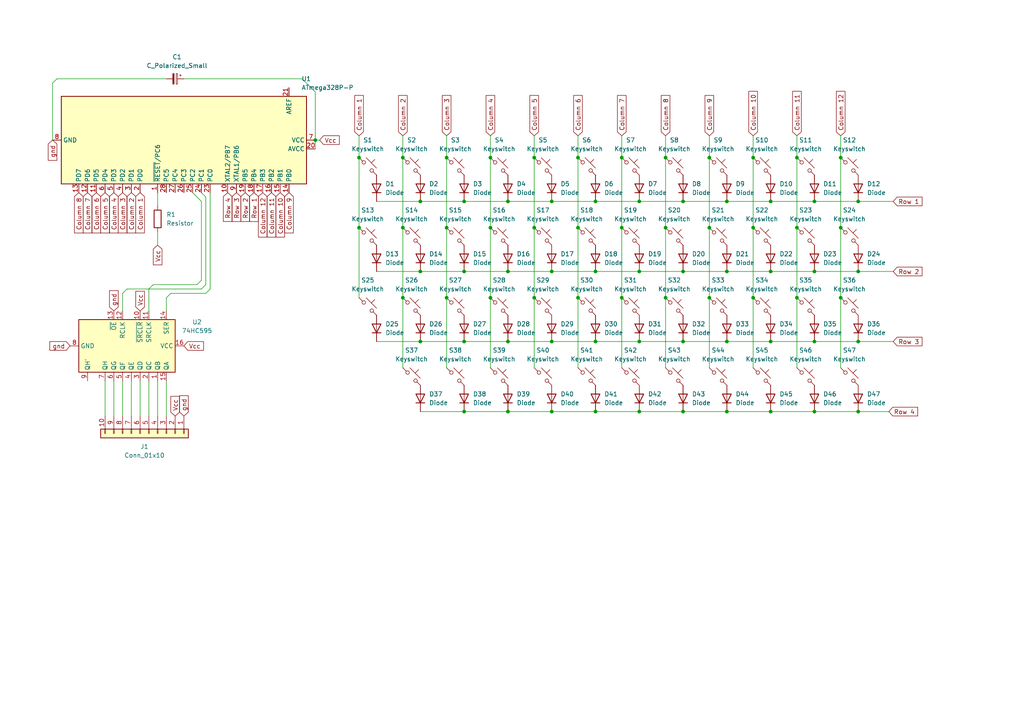
<source format=kicad_sch>
(kicad_sch (version 20230121) (generator eeschema)
  (paper "A4")
  (lib_symbols
    (symbol "74xx:74HC595"
      (property "Reference" "U" (at -7.62 13.97 0))
      (property "Value" "74HC595" (at -7.62 -16.51 0))
      (symbol "74HC595_1_0"
        (pin tri_state line (at 10.16 7.62 180) (length 2.54) (name "QB") (number "1"))
        (pin input line (at -10.16 2.54 0) (length 2.54) (name "~{SRCLR}") (number "10"))
        (pin input line (at -10.16 5.08 0) (length 2.54) (name "SRCLK") (number "11"))
        (pin input line (at -10.16 -2.54 0) (length 2.54) (name "RCLK") (number "12"))
        (pin input line (at -10.16 -5.08 0) (length 2.54) (name "~{OE}") (number "13"))
        (pin input line (at -10.16 10.16 0) (length 2.54) (name "SER") (number "14"))
        (pin tri_state line (at 10.16 10.16 180) (length 2.54) (name "QA") (number "15"))
        (pin power_in line (at 0 15.24 270) (length 2.54) (name "VCC") (number "16"))
        (pin tri_state line (at 10.16 5.08 180) (length 2.54) (name "QC") (number "2"))
        (pin tri_state line (at 10.16 2.54 180) (length 2.54) (name "QD") (number "3"))
        (pin tri_state line (at 10.16 0 180) (length 2.54) (name "QE") (number "4"))
        (pin tri_state line (at 10.16 -2.54 180) (length 2.54) (name "QF") (number "5"))
        (pin tri_state line (at 10.16 -5.08 180) (length 2.54) (name "QG") (number "6"))
        (pin tri_state line (at 10.16 -7.62 180) (length 2.54) (name "QH") (number "7"))
        (pin power_in line (at 0 -17.78 90) (length 2.54) (name "GND") (number "8"))
        (pin output line (at 10.16 -12.7 180) (length 2.54) (name "QH'") (number "9"))
      )
      (symbol "74HC595_1_1"
        (rectangle (start -7.62 12.7) (end 7.62 -15.24) (stroke (width 0.254)) (fill (type background)))
      )
    )
    (symbol "Connector_Generic:Conn_01x10" (pin_names (offset 1.016) hide)
      (property "Reference" "J" (at 0 12.7 0))
      (property "Value" "Conn_01x10" (at 0 -15.24 0))
      (symbol "Conn_01x10_1_1"
        (rectangle (start -1.27 -12.573) (end 0 -12.827) (stroke (width 0.1524)))
        (rectangle (start -1.27 -10.033) (end 0 -10.287) (stroke (width 0.1524)))
        (rectangle (start -1.27 -7.493) (end 0 -7.747) (stroke (width 0.1524)))
        (rectangle (start -1.27 -4.953) (end 0 -5.207) (stroke (width 0.1524)))
        (rectangle (start -1.27 -2.413) (end 0 -2.667) (stroke (width 0.1524)))
        (rectangle (start -1.27 0.127) (end 0 -0.127) (stroke (width 0.1524)))
        (rectangle (start -1.27 2.667) (end 0 2.413) (stroke (width 0.1524)))
        (rectangle (start -1.27 5.207) (end 0 4.953) (stroke (width 0.1524)))
        (rectangle (start -1.27 7.747) (end 0 7.493) (stroke (width 0.1524)))
        (rectangle (start -1.27 10.287) (end 0 10.033) (stroke (width 0.1524)))
        (rectangle (start -1.27 11.43) (end 1.27 -13.97) (stroke (width 0.254)) (fill (type background)))
        (pin passive line (at -5.08 10.16 0) (length 3.81) (name "Pin_1") (number "1"))
        (pin passive line (at -5.08 -12.7 0) (length 3.81) (name "Pin_10") (number "10"))
        (pin passive line (at -5.08 7.62 0) (length 3.81) (name "Pin_2") (number "2"))
        (pin passive line (at -5.08 5.08 0) (length 3.81) (name "Pin_3") (number "3"))
        (pin passive line (at -5.08 2.54 0) (length 3.81) (name "Pin_4") (number "4"))
        (pin passive line (at -5.08 0 0) (length 3.81) (name "Pin_5") (number "5"))
        (pin passive line (at -5.08 -2.54 0) (length 3.81) (name "Pin_6") (number "6"))
        (pin passive line (at -5.08 -5.08 0) (length 3.81) (name "Pin_7") (number "7"))
        (pin passive line (at -5.08 -7.62 0) (length 3.81) (name "Pin_8") (number "8"))
        (pin passive line (at -5.08 -10.16 0) (length 3.81) (name "Pin_9") (number "9"))
      )
    )
    (symbol "Device:C_Polarized_Small" (pin_numbers hide) (pin_names (offset 0.254) hide)
      (property "Reference" "C" (at 0.254 1.778 0))
      (property "Value" "C_Polarized_Small" (at 0.254 -2.032 0))
      (symbol "C_Polarized_Small_0_1"
        (rectangle (start -1.524 -0.3048) (end 1.524 -0.6858) (fill (type outline)))
        (rectangle (start -1.524 0.6858) (end 1.524 0.3048))
        (polyline (pts (xy -1.27 1.524) (xy -0.762 1.524)))
        (polyline (pts (xy -1.016 1.27) (xy -1.016 1.778)))
      )
      (symbol "C_Polarized_Small_1_1"
        (pin passive line (at 0 2.54 270) (length 1.8542) (name "~") (number "1"))
        (pin passive line (at 0 -2.54 90) (length 1.8542) (name "~") (number "2"))
      )
    )
    (symbol "MCU_Microchip_ATmega:ATmega328P-P"
      (property "Reference" "U" (at -12.7 36.83 0))
      (property "Value" "ATmega328P-P" (at 2.54 -36.83 0))
      (symbol "ATmega328P-P_0_1"
        (rectangle (start -12.7 -35.56) (end 12.7 35.56) (stroke (width 0.254)) (fill (type background)))
      )
      (symbol "ATmega328P-P_1_1"
        (pin bidirectional line (at 15.24 -7.62 180) (length 2.54) (name "~{RESET}/PC6") (number "1"))
        (pin bidirectional line (at 15.24 12.7 180) (length 2.54) (name "XTAL2/PB7") (number "10"))
        (pin bidirectional line (at 15.24 -25.4 180) (length 2.54) (name "PD5") (number "11"))
        (pin bidirectional line (at 15.24 -27.94 180) (length 2.54) (name "PD6") (number "12"))
        (pin bidirectional line (at 15.24 -30.48 180) (length 2.54) (name "PD7") (number "13"))
        (pin bidirectional line (at 15.24 30.48 180) (length 2.54) (name "PB0") (number "14"))
        (pin bidirectional line (at 15.24 27.94 180) (length 2.54) (name "PB1") (number "15"))
        (pin bidirectional line (at 15.24 25.4 180) (length 2.54) (name "PB2") (number "16"))
        (pin bidirectional line (at 15.24 22.86 180) (length 2.54) (name "PB3") (number "17"))
        (pin bidirectional line (at 15.24 20.32 180) (length 2.54) (name "PB4") (number "18"))
        (pin bidirectional line (at 15.24 17.78 180) (length 2.54) (name "PB5") (number "19"))
        (pin bidirectional line (at 15.24 -12.7 180) (length 2.54) (name "PD0") (number "2"))
        (pin power_in line (at 2.54 38.1 270) (length 2.54) (name "AVCC") (number "20"))
        (pin passive line (at -15.24 30.48 0) (length 2.54) (name "AREF") (number "21"))
        (pin passive line (at 0 -38.1 90) (length 2.54) hide (name "GND") (number "22"))
        (pin bidirectional line (at 15.24 7.62 180) (length 2.54) (name "PC0") (number "23"))
        (pin bidirectional line (at 15.24 5.08 180) (length 2.54) (name "PC1") (number "24"))
        (pin bidirectional line (at 15.24 2.54 180) (length 2.54) (name "PC2") (number "25"))
        (pin bidirectional line (at 15.24 0 180) (length 2.54) (name "PC3") (number "26"))
        (pin bidirectional line (at 15.24 -2.54 180) (length 2.54) (name "PC4") (number "27"))
        (pin bidirectional line (at 15.24 -5.08 180) (length 2.54) (name "PC5") (number "28"))
        (pin bidirectional line (at 15.24 -15.24 180) (length 2.54) (name "PD1") (number "3"))
        (pin bidirectional line (at 15.24 -17.78 180) (length 2.54) (name "PD2") (number "4"))
        (pin bidirectional line (at 15.24 -20.32 180) (length 2.54) (name "PD3") (number "5"))
        (pin bidirectional line (at 15.24 -22.86 180) (length 2.54) (name "PD4") (number "6"))
        (pin power_in line (at 0 38.1 270) (length 2.54) (name "VCC") (number "7"))
        (pin power_in line (at 0 -38.1 90) (length 2.54) (name "GND") (number "8"))
        (pin bidirectional line (at 15.24 15.24 180) (length 2.54) (name "XTAL1/PB6") (number "9"))
      )
    )
    (symbol "ScottoKeebs:Placeholder_Diode" (pin_numbers hide) (pin_names hide)
      (property "Reference" "D" (at 0 2.54 0))
      (property "Value" "Diode" (at 0 -2.54 0))
      (symbol "Placeholder_Diode_0_1"
        (polyline (pts (xy -1.27 1.27) (xy -1.27 -1.27)) (stroke (width 0.254)))
        (polyline (pts (xy 1.27 0) (xy -1.27 0)))
        (polyline (pts (xy 1.27 1.27) (xy 1.27 -1.27) (xy -1.27 0) (xy 1.27 1.27)) (stroke (width 0.254)))
      )
      (symbol "Placeholder_Diode_1_1"
        (pin passive line (at -3.81 0 0) (length 2.54) (name "K") (number "1"))
        (pin passive line (at 3.81 0 180) (length 2.54) (name "A") (number "2"))
      )
    )
    (symbol "ScottoKeebs:Placeholder_Keyswitch" (pin_numbers hide) (pin_names (offset 1.016) hide)
      (property "Reference" "S" (at 3.048 1.016 0))
      (property "Value" "Keyswitch" (at 0 -3.81 0))
      (symbol "Placeholder_Keyswitch_0_1"
        (circle (center -1.1684 1.1684) (radius 0.508))
        (polyline (pts (xy -0.508 2.54) (xy 2.54 -0.508)))
        (polyline (pts (xy 1.016 1.016) (xy 2.032 2.032)))
        (polyline (pts (xy -2.54 2.54) (xy -1.524 1.524) (xy -1.524 1.524)))
        (polyline (pts (xy 1.524 -1.524) (xy 2.54 -2.54) (xy 2.54 -2.54) (xy 2.54 -2.54)))
        (circle (center 1.143 -1.1938) (radius 0.508))
        (pin passive line (at -2.54 2.54 0) (length 0) (name "1") (number "1"))
        (pin passive line (at 2.54 -2.54 180) (length 0) (name "2") (number "2"))
      )
    )
    (symbol "ScottoKeebs:Placeholder_Resistor" (pin_numbers hide) (pin_names (offset 0))
      (property "Reference" "R" (at 0 2.032 0))
      (property "Value" "Resistor" (at 0 -2.54 0))
      (symbol "Placeholder_Resistor_0_1"
        (rectangle (start 2.54 -1.016) (end -2.54 1.016) (stroke (width 0.254)))
      )
      (symbol "Placeholder_Resistor_1_1"
        (pin passive line (at -3.81 0 0) (length 1.27) (name "~") (number "1"))
        (pin passive line (at 3.81 0 180) (length 1.27) (name "~") (number "2"))
      )
    )
  )
  (junction (at 210.82 99.06))
  (junction (at 185.42 99.06))
  (junction (at 121.92 58.42))
  (junction (at 180.34 86.36))
  (junction (at 210.82 119.38))
  (junction (at 218.44 66.04))
  (junction (at 236.22 58.42))
  (junction (at 231.14 66.04))
  (junction (at 236.22 119.38))
  (junction (at 205.74 45.72))
  (junction (at 205.74 66.04))
  (junction (at 129.54 66.04))
  (junction (at 198.12 99.06))
  (junction (at 185.42 119.38))
  (junction (at 193.04 86.36))
  (junction (at 142.24 86.36))
  (junction (at 243.84 66.04))
  (junction (at 147.32 99.06))
  (junction (at 160.02 58.42))
  (junction (at 142.24 45.72))
  (junction (at 205.74 86.36))
  (junction (at 167.64 66.04))
  (junction (at 223.52 58.42))
  (junction (at 185.42 78.74))
  (junction (at 180.34 45.72))
  (junction (at 185.42 58.42))
  (junction (at 134.62 78.74))
  (junction (at 167.64 86.36))
  (junction (at 129.54 45.72))
  (junction (at 134.62 58.42))
  (junction (at 231.14 45.72))
  (junction (at 104.14 66.04))
  (junction (at 142.24 66.04))
  (junction (at 248.92 99.06))
  (junction (at 172.72 58.42))
  (junction (at 248.92 58.42))
  (junction (at 154.94 86.36))
  (junction (at 231.14 86.36))
  (junction (at 223.52 78.74))
  (junction (at 193.04 66.04))
  (junction (at 172.72 99.06))
  (junction (at 198.12 78.74))
  (junction (at 121.92 99.06))
  (junction (at 243.84 45.72))
  (junction (at 248.92 78.74))
  (junction (at 116.84 86.36))
  (junction (at 91.44 40.64))
  (junction (at 198.12 119.38))
  (junction (at 243.84 86.36))
  (junction (at 236.22 78.74))
  (junction (at 154.94 45.72))
  (junction (at 147.32 78.74))
  (junction (at 223.52 99.06))
  (junction (at 172.72 119.38))
  (junction (at 116.84 45.72))
  (junction (at 121.92 78.74))
  (junction (at 134.62 119.38))
  (junction (at 236.22 99.06))
  (junction (at 198.12 58.42))
  (junction (at 248.92 119.38))
  (junction (at 160.02 99.06))
  (junction (at 210.82 78.74))
  (junction (at 134.62 99.06))
  (junction (at 218.44 86.36))
  (junction (at 223.52 119.38))
  (junction (at 147.32 119.38))
  (junction (at 104.14 45.72))
  (junction (at 147.32 58.42))
  (junction (at 172.72 78.74))
  (junction (at 160.02 119.38))
  (junction (at 210.82 58.42))
  (junction (at 218.44 45.72))
  (junction (at 129.54 86.36))
  (junction (at 180.34 66.04))
  (junction (at 116.84 66.04))
  (junction (at 154.94 66.04))
  (junction (at 193.04 45.72))
  (junction (at 167.64 45.72))
  (junction (at 160.02 78.74))
  (wire (pts (xy 236.22 58.42) (xy 248.92 58.42)))
  (wire (pts (xy 121.92 119.38) (xy 134.62 119.38)))
  (wire (pts (xy 142.24 39.37) (xy 142.24 45.72)))
  (wire (pts (xy 59.69 82.55) (xy 59.69 57.15)))
  (wire (pts (xy 205.74 86.36) (xy 205.74 106.68)))
  (wire (pts (xy 198.12 119.38) (xy 210.82 119.38)))
  (wire (pts (xy 231.14 45.72) (xy 231.14 66.04)))
  (wire (pts (xy 167.64 45.72) (xy 167.64 66.04)))
  (wire (pts (xy 243.84 45.72) (xy 243.84 66.04)))
  (wire (pts (xy 58.42 58.42) (xy 55.88 55.88)))
  (wire (pts (xy 223.52 58.42) (xy 236.22 58.42)))
  (wire (pts (xy 236.22 99.06) (xy 248.92 99.06)))
  (wire (pts (xy 121.92 58.42) (xy 134.62 58.42)))
  (wire (pts (xy 142.24 45.72) (xy 142.24 66.04)))
  (wire (pts (xy 205.74 39.37) (xy 205.74 45.72)))
  (wire (pts (xy 116.84 86.36) (xy 116.84 106.68)))
  (wire (pts (xy 15.24 40.64) (xy 15.24 24.13)))
  (wire (pts (xy 185.42 99.06) (xy 198.12 99.06)))
  (wire (pts (xy 218.44 39.37) (xy 218.44 45.72)))
  (wire (pts (xy 154.94 66.04) (xy 154.94 86.36)))
  (wire (pts (xy 243.84 39.37) (xy 243.84 45.72)))
  (wire (pts (xy 210.82 119.38) (xy 223.52 119.38)))
  (wire (pts (xy 134.62 78.74) (xy 147.32 78.74)))
  (wire (pts (xy 40.64 110.49) (xy 40.64 120.65)))
  (wire (pts (xy 167.64 66.04) (xy 167.64 86.36)))
  (wire (pts (xy 91.44 26.67) (xy 87.63 22.86)))
  (wire (pts (xy 180.34 86.36) (xy 180.34 106.68)))
  (wire (pts (xy 160.02 119.38) (xy 172.72 119.38)))
  (wire (pts (xy 231.14 66.04) (xy 231.14 86.36)))
  (wire (pts (xy 48.26 86.36) (xy 49.53 85.09)))
  (wire (pts (xy 60.96 55.88) (xy 60.96 83.82)))
  (wire (pts (xy 109.22 58.42) (xy 121.92 58.42)))
  (wire (pts (xy 147.32 78.74) (xy 160.02 78.74)))
  (wire (pts (xy 45.72 110.49) (xy 45.72 120.65)))
  (wire (pts (xy 198.12 99.06) (xy 210.82 99.06)))
  (wire (pts (xy 248.92 78.74) (xy 259.08 78.74)))
  (wire (pts (xy 243.84 66.04) (xy 243.84 86.36)))
  (wire (pts (xy 109.22 78.74) (xy 121.92 78.74)))
  (wire (pts (xy 104.14 45.72) (xy 104.14 66.04)))
  (wire (pts (xy 185.42 58.42) (xy 198.12 58.42)))
  (wire (pts (xy 248.92 119.38) (xy 257.81 119.38)))
  (wire (pts (xy 180.34 39.37) (xy 180.34 45.72)))
  (wire (pts (xy 172.72 99.06) (xy 185.42 99.06)))
  (wire (pts (xy 121.92 78.74) (xy 134.62 78.74)))
  (wire (pts (xy 59.69 57.15) (xy 58.42 55.88)))
  (wire (pts (xy 180.34 66.04) (xy 180.34 86.36)))
  (wire (pts (xy 210.82 99.06) (xy 223.52 99.06)))
  (wire (pts (xy 193.04 39.37) (xy 193.04 45.72)))
  (wire (pts (xy 43.18 83.82) (xy 44.45 82.55)))
  (wire (pts (xy 129.54 45.72) (xy 129.54 66.04)))
  (wire (pts (xy 43.18 110.49) (xy 43.18 120.65)))
  (wire (pts (xy 36.83 83.82) (xy 58.42 83.82)))
  (wire (pts (xy 57.15 82.55) (xy 58.42 81.28)))
  (wire (pts (xy 218.44 66.04) (xy 218.44 86.36)))
  (wire (pts (xy 104.14 39.37) (xy 104.14 45.72)))
  (wire (pts (xy 210.82 58.42) (xy 223.52 58.42)))
  (wire (pts (xy 248.92 99.06) (xy 259.08 99.06)))
  (wire (pts (xy 198.12 58.42) (xy 210.82 58.42)))
  (wire (pts (xy 243.84 86.36) (xy 243.84 106.68)))
  (wire (pts (xy 147.32 99.06) (xy 160.02 99.06)))
  (wire (pts (xy 205.74 45.72) (xy 205.74 66.04)))
  (wire (pts (xy 223.52 99.06) (xy 236.22 99.06)))
  (wire (pts (xy 185.42 78.74) (xy 198.12 78.74)))
  (wire (pts (xy 193.04 66.04) (xy 193.04 86.36)))
  (wire (pts (xy 210.82 78.74) (xy 223.52 78.74)))
  (wire (pts (xy 160.02 78.74) (xy 172.72 78.74)))
  (wire (pts (xy 35.56 110.49) (xy 35.56 120.65)))
  (wire (pts (xy 193.04 45.72) (xy 193.04 66.04)))
  (wire (pts (xy 180.34 45.72) (xy 180.34 66.04)))
  (wire (pts (xy 223.52 78.74) (xy 236.22 78.74)))
  (wire (pts (xy 236.22 119.38) (xy 248.92 119.38)))
  (wire (pts (xy 172.72 78.74) (xy 185.42 78.74)))
  (wire (pts (xy 91.44 40.64) (xy 91.44 26.67)))
  (wire (pts (xy 129.54 39.37) (xy 129.54 45.72)))
  (wire (pts (xy 109.22 99.06) (xy 121.92 99.06)))
  (wire (pts (xy 58.42 81.28) (xy 58.42 58.42)))
  (wire (pts (xy 60.96 83.82) (xy 59.69 85.09)))
  (wire (pts (xy 116.84 45.72) (xy 116.84 66.04)))
  (wire (pts (xy 45.72 67.31) (xy 45.72 71.12)))
  (wire (pts (xy 116.84 39.37) (xy 116.84 45.72)))
  (wire (pts (xy 49.53 85.09) (xy 59.69 85.09)))
  (wire (pts (xy 231.14 39.37) (xy 231.14 45.72)))
  (wire (pts (xy 218.44 45.72) (xy 218.44 66.04)))
  (wire (pts (xy 193.04 86.36) (xy 193.04 106.68)))
  (wire (pts (xy 48.26 90.17) (xy 48.26 86.36)))
  (wire (pts (xy 134.62 119.38) (xy 147.32 119.38)))
  (wire (pts (xy 231.14 86.36) (xy 231.14 106.68)))
  (wire (pts (xy 35.56 90.17) (xy 35.56 85.09)))
  (wire (pts (xy 218.44 86.36) (xy 218.44 106.68)))
  (wire (pts (xy 142.24 66.04) (xy 142.24 86.36)))
  (wire (pts (xy 154.94 45.72) (xy 154.94 66.04)))
  (wire (pts (xy 223.52 119.38) (xy 236.22 119.38)))
  (wire (pts (xy 198.12 78.74) (xy 210.82 78.74)))
  (wire (pts (xy 92.71 40.64) (xy 91.44 40.64)))
  (wire (pts (xy 91.44 43.18) (xy 91.44 40.64)))
  (wire (pts (xy 35.56 85.09) (xy 36.83 83.82)))
  (wire (pts (xy 38.1 110.49) (xy 38.1 120.65)))
  (wire (pts (xy 160.02 58.42) (xy 172.72 58.42)))
  (wire (pts (xy 259.08 58.42) (xy 248.92 58.42)))
  (wire (pts (xy 129.54 66.04) (xy 129.54 86.36)))
  (wire (pts (xy 142.24 86.36) (xy 142.24 106.68)))
  (wire (pts (xy 167.64 86.36) (xy 167.64 106.68)))
  (wire (pts (xy 43.18 90.17) (xy 43.18 83.82)))
  (wire (pts (xy 205.74 66.04) (xy 205.74 86.36)))
  (wire (pts (xy 33.02 110.49) (xy 33.02 120.65)))
  (wire (pts (xy 53.34 22.86) (xy 87.63 22.86)))
  (wire (pts (xy 44.45 82.55) (xy 57.15 82.55)))
  (wire (pts (xy 185.42 119.38) (xy 198.12 119.38)))
  (wire (pts (xy 45.72 55.88) (xy 45.72 59.69)))
  (wire (pts (xy 16.51 22.86) (xy 48.26 22.86)))
  (wire (pts (xy 116.84 66.04) (xy 116.84 86.36)))
  (wire (pts (xy 167.64 39.37) (xy 167.64 45.72)))
  (wire (pts (xy 48.26 110.49) (xy 48.26 120.65)))
  (wire (pts (xy 147.32 119.38) (xy 160.02 119.38)))
  (wire (pts (xy 58.42 83.82) (xy 59.69 82.55)))
  (wire (pts (xy 160.02 99.06) (xy 172.72 99.06)))
  (wire (pts (xy 121.92 99.06) (xy 134.62 99.06)))
  (wire (pts (xy 172.72 58.42) (xy 185.42 58.42)))
  (wire (pts (xy 154.94 86.36) (xy 154.94 106.68)))
  (wire (pts (xy 154.94 39.37) (xy 154.94 45.72)))
  (wire (pts (xy 15.24 24.13) (xy 16.51 22.86)))
  (wire (pts (xy 129.54 86.36) (xy 129.54 106.68)))
  (wire (pts (xy 147.32 58.42) (xy 160.02 58.42)))
  (wire (pts (xy 134.62 99.06) (xy 147.32 99.06)))
  (wire (pts (xy 104.14 66.04) (xy 104.14 86.36)))
  (wire (pts (xy 236.22 78.74) (xy 248.92 78.74)))
  (wire (pts (xy 134.62 58.42) (xy 147.32 58.42)))
  (wire (pts (xy 30.48 110.49) (xy 30.48 120.65)))
  (wire (pts (xy 172.72 119.38) (xy 185.42 119.38)))
  (global_label "gnd" (shape input) (at 15.24 40.64 270) (property "Intersheetrefs" "${INTERSHEET_REFS}" (effects hide)))
  (global_label "Column 5" (shape input) (at 30.48 55.88 270) (property "Intersheetrefs" "${INTERSHEET_REFS}" (effects hide)))
  (global_label "Column 9" (shape input) (at 83.82 55.88 270) (property "Intersheetrefs" "${INTERSHEET_REFS}" (effects hide)))
  (global_label "Column 3" (shape input) (at 129.54 39.37 90) (property "Intersheetrefs" "${INTERSHEET_REFS}" (effects hide)))
  (global_label "Column 7" (shape input) (at 25.4 55.88 270) (property "Intersheetrefs" "${INTERSHEET_REFS}" (effects hide)))
  (global_label "Column 10" (shape input) (at 218.44 39.37 90) (property "Intersheetrefs" "${INTERSHEET_REFS}" (effects hide)))
  (global_label "Row 4" (shape input) (at 66.04 55.88 270) (property "Intersheetrefs" "${INTERSHEET_REFS}" (effects hide)))
  (global_label "Column 1" (shape input) (at 104.14 39.37 90) (property "Intersheetrefs" "${INTERSHEET_REFS}" (effects hide)))
  (global_label "Column 4" (shape input) (at 33.02 55.88 270) (property "Intersheetrefs" "${INTERSHEET_REFS}" (effects hide)))
  (global_label "Column 5" (shape input) (at 154.94 39.37 90) (property "Intersheetrefs" "${INTERSHEET_REFS}" (effects hide)))
  (global_label "Column 12" (shape input) (at 243.84 39.37 90) (property "Intersheetrefs" "${INTERSHEET_REFS}" (effects hide)))
  (global_label "Row 2" (shape input) (at 259.08 78.74 0) (property "Intersheetrefs" "${INTERSHEET_REFS}" (effects hide)))
  (global_label "Column 11" (shape input) (at 231.14 39.37 90) (property "Intersheetrefs" "${INTERSHEET_REFS}" (effects hide)))
  (global_label "Column 2" (shape input) (at 116.84 39.37 90) (property "Intersheetrefs" "${INTERSHEET_REFS}" (effects hide)))
  (global_label "Row 3" (shape input) (at 68.58 55.88 270) (property "Intersheetrefs" "${INTERSHEET_REFS}" (effects hide)))
  (global_label "Vcc" (shape input) (at 50.8 120.65 90) (property "Intersheetrefs" "${INTERSHEET_REFS}" (effects hide)))
  (global_label "Column 2" (shape input) (at 38.1 55.88 270) (property "Intersheetrefs" "${INTERSHEET_REFS}" (effects hide)))
  (global_label "gnd" (shape input) (at 53.34 120.65 90) (property "Intersheetrefs" "${INTERSHEET_REFS}" (effects hide)))
  (global_label "Column 6" (shape input) (at 167.64 39.37 90) (property "Intersheetrefs" "${INTERSHEET_REFS}" (effects hide)))
  (global_label "Column 9" (shape input) (at 205.74 39.37 90) (property "Intersheetrefs" "${INTERSHEET_REFS}" (effects hide)))
  (global_label "Column 8" (shape input) (at 22.86 55.88 270) (property "Intersheetrefs" "${INTERSHEET_REFS}" (effects hide)))
  (global_label "Row 1" (shape input) (at 73.66 55.88 270) (property "Intersheetrefs" "${INTERSHEET_REFS}" (effects hide)))
  (global_label "Row 1" (shape input) (at 259.08 58.42 0) (property "Intersheetrefs" "${INTERSHEET_REFS}" (effects hide)))
  (global_label "Column 4" (shape input) (at 142.24 39.37 90) (property "Intersheetrefs" "${INTERSHEET_REFS}" (effects hide)))
  (global_label "Row 3" (shape input) (at 259.08 99.06 0) (property "Intersheetrefs" "${INTERSHEET_REFS}" (effects hide)))
  (global_label "gnd" (shape input) (at 20.32 100.33 180) (property "Intersheetrefs" "${INTERSHEET_REFS}" (effects hide)))
  (global_label "Row 4" (shape input) (at 257.81 119.38 0) (property "Intersheetrefs" "${INTERSHEET_REFS}" (effects hide)))
  (global_label "Column 3" (shape input) (at 35.56 55.88 270) (property "Intersheetrefs" "${INTERSHEET_REFS}" (effects hide)))
  (global_label "Vcc" (shape input) (at 53.34 100.33 0) (property "Intersheetrefs" "${INTERSHEET_REFS}" (effects hide)))
  (global_label "Column 6" (shape input) (at 27.94 55.88 270) (property "Intersheetrefs" "${INTERSHEET_REFS}" (effects hide)))
  (global_label "Vcc" (shape input) (at 45.72 71.12 270) (property "Intersheetrefs" "${INTERSHEET_REFS}" (effects hide)))
  (global_label "Column 1" (shape input) (at 40.64 55.88 270) (property "Intersheetrefs" "${INTERSHEET_REFS}" (effects hide)))
  (global_label "Row 2" (shape input) (at 71.12 55.88 270) (property "Intersheetrefs" "${INTERSHEET_REFS}" (effects hide)))
  (global_label "Vcc" (shape input) (at 40.64 90.17 90) (property "Intersheetrefs" "${INTERSHEET_REFS}" (effects hide)))
  (global_label "Column 10" (shape input) (at 81.28 55.88 270) (property "Intersheetrefs" "${INTERSHEET_REFS}" (effects hide)))
  (global_label "Column 8" (shape input) (at 193.04 39.37 90) (property "Intersheetrefs" "${INTERSHEET_REFS}" (effects hide)))
  (global_label "Column 7" (shape input) (at 180.34 39.37 90) (property "Intersheetrefs" "${INTERSHEET_REFS}" (effects hide)))
  (global_label "Vcc" (shape input) (at 92.71 40.64 0) (property "Intersheetrefs" "${INTERSHEET_REFS}" (effects hide)))
  (global_label "Column 11" (shape input) (at 78.74 55.88 270) (property "Intersheetrefs" "${INTERSHEET_REFS}" (effects hide)))
  (global_label "Column 12" (shape input) (at 76.2 55.88 270) (property "Intersheetrefs" "${INTERSHEET_REFS}" (effects hide)))
  (global_label "gnd" (shape input) (at 33.02 90.17 90) (property "Intersheetrefs" "${INTERSHEET_REFS}" (effects hide)))
  (symbol (lib_id "Device:C_Polarized_Small") (at 50.8 22.86 270) (unit 1)
    (property "Reference" "C1" (at 51.3461 16.51 90))
    (property "Value" "C_Polarized_Small" (at 51.3461 19.05 90))
    (property "Footprint" "Capacitor_THT:CP_Radial_D5.0mm_P2.50mm" (effects hide))
  )
  (symbol (lib_id "ScottoKeebs:Placeholder_Diode") (at 121.92 115.57 90) (unit 1)
    (property "Reference" "D37" (at 124.46 114.3 90) (effects (justify right)))
    (property "Value" "Diode" (at 124.46 116.84 90) (effects (justify right)))
    (property "Footprint" "ScottoKeebs_Components:Diode_DO-35" (effects hide))
    (property "Sim.Device" "D" (effects hide))
    (property "Sim.Pins" "1=K 2=A" (effects hide))
  )
  (symbol (lib_id "ScottoKeebs:Placeholder_Diode") (at 160.02 115.57 90) (unit 1)
    (property "Reference" "D40" (at 162.56 114.3 90) (effects (justify right)))
    (property "Value" "Diode" (at 162.56 116.84 90) (effects (justify right)))
    (property "Footprint" "ScottoKeebs_Components:Diode_DO-35" (effects hide))
    (property "Sim.Device" "D" (effects hide))
    (property "Sim.Pins" "1=K 2=A" (effects hide))
  )
  (symbol (lib_id "ScottoKeebs:Placeholder_Diode") (at 198.12 95.25 90) (unit 1)
    (property "Reference" "D32" (at 200.66 93.98 90) (effects (justify right)))
    (property "Value" "Diode" (at 200.66 96.52 90) (effects (justify right)))
    (property "Footprint" "ScottoKeebs_Components:Diode_DO-35" (effects hide))
    (property "Sim.Device" "D" (effects hide))
    (property "Sim.Pins" "1=K 2=A" (effects hide))
  )
  (symbol (lib_id "ScottoKeebs:Placeholder_Diode") (at 172.72 54.61 90) (unit 1)
    (property "Reference" "D6" (at 175.26 53.34 90) (effects (justify right)))
    (property "Value" "Diode" (at 175.26 55.88 90) (effects (justify right)))
    (property "Footprint" "ScottoKeebs_Components:Diode_DO-35" (effects hide))
    (property "Sim.Device" "D" (effects hide))
    (property "Sim.Pins" "1=K 2=A" (effects hide))
  )
  (symbol (lib_id "ScottoKeebs:Placeholder_Diode") (at 172.72 95.25 90) (unit 1)
    (property "Reference" "D30" (at 175.26 93.98 90) (effects (justify right)))
    (property "Value" "Diode" (at 175.26 96.52 90) (effects (justify right)))
    (property "Footprint" "ScottoKeebs_Components:Diode_DO-35" (effects hide))
    (property "Sim.Device" "D" (effects hide))
    (property "Sim.Pins" "1=K 2=A" (effects hide))
  )
  (symbol (lib_id "ScottoKeebs:Placeholder_Keyswitch") (at 220.98 48.26 0) (unit 1)
    (property "Reference" "S10" (at 220.98 40.64 0))
    (property "Value" "Keyswitch" (at 220.98 43.18 0))
    (property "Footprint" "ScottoKeebs_MX:MX_PCB_1.00u" (effects hide))
  )
  (symbol (lib_id "ScottoKeebs:Placeholder_Diode") (at 121.92 74.93 90) (unit 1)
    (property "Reference" "D14" (at 124.46 73.66 90) (effects (justify right)))
    (property "Value" "Diode" (at 124.46 76.2 90) (effects (justify right)))
    (property "Footprint" "ScottoKeebs_Components:Diode_DO-35" (effects hide))
    (property "Sim.Device" "D" (effects hide))
    (property "Sim.Pins" "1=K 2=A" (effects hide))
  )
  (symbol (lib_id "ScottoKeebs:Placeholder_Keyswitch") (at 220.98 88.9 0) (unit 1)
    (property "Reference" "S34" (at 220.98 81.28 0))
    (property "Value" "Keyswitch" (at 220.98 83.82 0))
    (property "Footprint" "ScottoKeebs_MX:MX_PCB_1.00u" (effects hide))
  )
  (symbol (lib_id "ScottoKeebs:Placeholder_Keyswitch") (at 144.78 88.9 0) (unit 1)
    (property "Reference" "S28" (at 144.78 81.28 0))
    (property "Value" "Keyswitch" (at 144.78 83.82 0))
    (property "Footprint" "ScottoKeebs_MX:MX_PCB_1.00u" (effects hide))
  )
  (symbol (lib_id "ScottoKeebs:Placeholder_Keyswitch") (at 195.58 68.58 0) (unit 1)
    (property "Reference" "S20" (at 195.58 60.96 0))
    (property "Value" "Keyswitch" (at 195.58 63.5 0))
    (property "Footprint" "ScottoKeebs_MX:MX_PCB_1.00u" (effects hide))
  )
  (symbol (lib_id "ScottoKeebs:Placeholder_Resistor") (at 45.72 63.5 90) (unit 1)
    (property "Reference" "R1" (at 48.26 62.23 90) (effects (justify right)))
    (property "Value" "Resistor" (at 48.26 64.77 90) (effects (justify right)))
    (property "Footprint" "Resistor_THT:R_Axial_DIN0207_L6.3mm_D2.5mm_P7.62mm_Horizontal" (effects hide))
  )
  (symbol (lib_id "ScottoKeebs:Placeholder_Keyswitch") (at 208.28 109.22 0) (unit 1)
    (property "Reference" "S44" (at 208.28 101.6 0))
    (property "Value" "Keyswitch" (at 208.28 104.14 0))
    (property "Footprint" "ScottoKeebs_MX:MX_PCB_1.00u" (effects hide))
  )
  (symbol (lib_id "ScottoKeebs:Placeholder_Keyswitch") (at 208.28 88.9 0) (unit 1)
    (property "Reference" "S33" (at 208.28 81.28 0))
    (property "Value" "Keyswitch" (at 208.28 83.82 0))
    (property "Footprint" "ScottoKeebs_MX:MX_PCB_1.00u" (effects hide))
  )
  (symbol (lib_id "ScottoKeebs:Placeholder_Diode") (at 248.92 95.25 90) (unit 1)
    (property "Reference" "D36" (at 251.46 93.98 90) (effects (justify right)))
    (property "Value" "Diode" (at 251.46 96.52 90) (effects (justify right)))
    (property "Footprint" "ScottoKeebs_Components:Diode_DO-35" (effects hide))
    (property "Sim.Device" "D" (effects hide))
    (property "Sim.Pins" "1=K 2=A" (effects hide))
  )
  (symbol (lib_id "ScottoKeebs:Placeholder_Keyswitch") (at 170.18 88.9 0) (unit 1)
    (property "Reference" "S30" (at 170.18 81.28 0))
    (property "Value" "Keyswitch" (at 170.18 83.82 0))
    (property "Footprint" "ScottoKeebs_MX:MX_PCB_1.00u" (effects hide))
  )
  (symbol (lib_id "ScottoKeebs:Placeholder_Diode") (at 147.32 95.25 90) (unit 1)
    (property "Reference" "D28" (at 149.86 93.98 90) (effects (justify right)))
    (property "Value" "Diode" (at 149.86 96.52 90) (effects (justify right)))
    (property "Footprint" "ScottoKeebs_Components:Diode_DO-35" (effects hide))
    (property "Sim.Device" "D" (effects hide))
    (property "Sim.Pins" "1=K 2=A" (effects hide))
  )
  (symbol (lib_id "ScottoKeebs:Placeholder_Diode") (at 172.72 74.93 90) (unit 1)
    (property "Reference" "D18" (at 175.26 73.66 90) (effects (justify right)))
    (property "Value" "Diode" (at 175.26 76.2 90) (effects (justify right)))
    (property "Footprint" "ScottoKeebs_Components:Diode_DO-35" (effects hide))
    (property "Sim.Device" "D" (effects hide))
    (property "Sim.Pins" "1=K 2=A" (effects hide))
  )
  (symbol (lib_id "ScottoKeebs:Placeholder_Keyswitch") (at 157.48 109.22 0) (unit 1)
    (property "Reference" "S40" (at 157.48 101.6 0))
    (property "Value" "Keyswitch" (at 157.48 104.14 0))
    (property "Footprint" "ScottoKeebs_MX:MX_PCB_1.00u" (effects hide))
  )
  (symbol (lib_id "ScottoKeebs:Placeholder_Keyswitch") (at 233.68 48.26 0) (unit 1)
    (property "Reference" "S11" (at 233.68 40.64 0))
    (property "Value" "Keyswitch" (at 233.68 43.18 0))
    (property "Footprint" "ScottoKeebs_MX:MX_PCB_1.00u" (effects hide))
  )
  (symbol (lib_id "ScottoKeebs:Placeholder_Keyswitch") (at 144.78 68.58 0) (unit 1)
    (property "Reference" "S16" (at 144.78 60.96 0))
    (property "Value" "Keyswitch" (at 144.78 63.5 0))
    (property "Footprint" "ScottoKeebs_MX:MX_PCB_1.00u" (effects hide))
  )
  (symbol (lib_id "ScottoKeebs:Placeholder_Keyswitch") (at 106.68 88.9 0) (unit 1)
    (property "Reference" "S25" (at 106.68 81.28 0))
    (property "Value" "Keyswitch" (at 106.68 83.82 0))
    (property "Footprint" "ScottoKeebs_MX:MX_PCB_1.00u" (effects hide))
  )
  (symbol (lib_id "ScottoKeebs:Placeholder_Diode") (at 248.92 54.61 90) (unit 1)
    (property "Reference" "D12" (at 251.46 53.34 90) (effects (justify right)))
    (property "Value" "Diode" (at 251.46 55.88 90) (effects (justify right)))
    (property "Footprint" "ScottoKeebs_Components:Diode_DO-35" (effects hide))
    (property "Sim.Device" "D" (effects hide))
    (property "Sim.Pins" "1=K 2=A" (effects hide))
  )
  (symbol (lib_id "ScottoKeebs:Placeholder_Keyswitch") (at 132.08 48.26 0) (unit 1)
    (property "Reference" "S3" (at 132.08 40.64 0))
    (property "Value" "Keyswitch" (at 132.08 43.18 0))
    (property "Footprint" "ScottoKeebs_MX:MX_PCB_1.00u" (effects hide))
  )
  (symbol (lib_id "ScottoKeebs:Placeholder_Diode") (at 236.22 115.57 90) (unit 1)
    (property "Reference" "D46" (at 238.76 114.3 90) (effects (justify right)))
    (property "Value" "Diode" (at 238.76 116.84 90) (effects (justify right)))
    (property "Footprint" "ScottoKeebs_Components:Diode_DO-35" (effects hide))
    (property "Sim.Device" "D" (effects hide))
    (property "Sim.Pins" "1=K 2=A" (effects hide))
  )
  (symbol (lib_id "ScottoKeebs:Placeholder_Keyswitch") (at 157.48 48.26 0) (unit 1)
    (property "Reference" "S5" (at 157.48 40.64 0))
    (property "Value" "Keyswitch" (at 157.48 43.18 0))
    (property "Footprint" "ScottoKeebs_MX:MX_PCB_1.00u" (effects hide))
  )
  (symbol (lib_id "ScottoKeebs:Placeholder_Keyswitch") (at 208.28 48.26 0) (unit 1)
    (property "Reference" "S9" (at 208.28 40.64 0))
    (property "Value" "Keyswitch" (at 208.28 43.18 0))
    (property "Footprint" "ScottoKeebs_MX:MX_PCB_1.00u" (effects hide))
  )
  (symbol (lib_id "ScottoKeebs:Placeholder_Diode") (at 185.42 95.25 90) (unit 1)
    (property "Reference" "D31" (at 187.96 93.98 90) (effects (justify right)))
    (property "Value" "Diode" (at 187.96 96.52 90) (effects (justify right)))
    (property "Footprint" "ScottoKeebs_Components:Diode_DO-35" (effects hide))
    (property "Sim.Device" "D" (effects hide))
    (property "Sim.Pins" "1=K 2=A" (effects hide))
  )
  (symbol (lib_id "ScottoKeebs:Placeholder_Keyswitch") (at 195.58 88.9 0) (unit 1)
    (property "Reference" "S32" (at 195.58 81.28 0))
    (property "Value" "Keyswitch" (at 195.58 83.82 0))
    (property "Footprint" "ScottoKeebs_MX:MX_PCB_1.00u" (effects hide))
  )
  (symbol (lib_id "ScottoKeebs:Placeholder_Diode") (at 236.22 54.61 90) (unit 1)
    (property "Reference" "D11" (at 238.76 53.34 90) (effects (justify right)))
    (property "Value" "Diode" (at 238.76 55.88 90) (effects (justify right)))
    (property "Footprint" "ScottoKeebs_Components:Diode_DO-35" (effects hide))
    (property "Sim.Device" "D" (effects hide))
    (property "Sim.Pins" "1=K 2=A" (effects hide))
  )
  (symbol (lib_id "ScottoKeebs:Placeholder_Diode") (at 223.52 74.93 90) (unit 1)
    (property "Reference" "D22" (at 226.06 73.66 90) (effects (justify right)))
    (property "Value" "Diode" (at 226.06 76.2 90) (effects (justify right)))
    (property "Footprint" "ScottoKeebs_Components:Diode_DO-35" (effects hide))
    (property "Sim.Device" "D" (effects hide))
    (property "Sim.Pins" "1=K 2=A" (effects hide))
  )
  (symbol (lib_id "ScottoKeebs:Placeholder_Keyswitch") (at 182.88 88.9 0) (unit 1)
    (property "Reference" "S31" (at 182.88 81.28 0))
    (property "Value" "Keyswitch" (at 182.88 83.82 0))
    (property "Footprint" "ScottoKeebs_MX:MX_PCB_1.00u" (effects hide))
  )
  (symbol (lib_id "ScottoKeebs:Placeholder_Diode") (at 172.72 115.57 90) (unit 1)
    (property "Reference" "D41" (at 175.26 114.3 90) (effects (justify right)))
    (property "Value" "Diode" (at 175.26 116.84 90) (effects (justify right)))
    (property "Footprint" "ScottoKeebs_Components:Diode_DO-35" (effects hide))
    (property "Sim.Device" "D" (effects hide))
    (property "Sim.Pins" "1=K 2=A" (effects hide))
  )
  (symbol (lib_id "ScottoKeebs:Placeholder_Keyswitch") (at 170.18 68.58 0) (unit 1)
    (property "Reference" "S18" (at 170.18 60.96 0))
    (property "Value" "Keyswitch" (at 170.18 63.5 0))
    (property "Footprint" "ScottoKeebs_MX:MX_PCB_1.00u" (effects hide))
  )
  (symbol (lib_id "ScottoKeebs:Placeholder_Keyswitch") (at 233.68 88.9 0) (unit 1)
    (property "Reference" "S35" (at 233.68 81.28 0))
    (property "Value" "Keyswitch" (at 233.68 83.82 0))
    (property "Footprint" "ScottoKeebs_MX:MX_PCB_1.00u" (effects hide))
  )
  (symbol (lib_id "ScottoKeebs:Placeholder_Keyswitch") (at 119.38 109.22 0) (unit 1)
    (property "Reference" "S37" (at 119.38 101.6 0))
    (property "Value" "Keyswitch" (at 119.38 104.14 0))
    (property "Footprint" "ScottoKeebs_MX:MX_PCB_2.00u" (effects hide))
  )
  (symbol (lib_id "ScottoKeebs:Placeholder_Diode") (at 210.82 54.61 90) (unit 1)
    (property "Reference" "D9" (at 213.36 53.34 90) (effects (justify right)))
    (property "Value" "Diode" (at 213.36 55.88 90) (effects (justify right)))
    (property "Footprint" "ScottoKeebs_Components:Diode_DO-35" (effects hide))
    (property "Sim.Device" "D" (effects hide))
    (property "Sim.Pins" "1=K 2=A" (effects hide))
  )
  (symbol (lib_id "ScottoKeebs:Placeholder_Diode") (at 236.22 95.25 90) (unit 1)
    (property "Reference" "D35" (at 238.76 93.98 90) (effects (justify right)))
    (property "Value" "Diode" (at 238.76 96.52 90) (effects (justify right)))
    (property "Footprint" "ScottoKeebs_Components:Diode_DO-35" (effects hide))
    (property "Sim.Device" "D" (effects hide))
    (property "Sim.Pins" "1=K 2=A" (effects hide))
  )
  (symbol (lib_id "ScottoKeebs:Placeholder_Diode") (at 134.62 54.61 90) (unit 1)
    (property "Reference" "D3" (at 137.16 53.34 90) (effects (justify right)))
    (property "Value" "Diode" (at 137.16 55.88 90) (effects (justify right)))
    (property "Footprint" "ScottoKeebs_Components:Diode_DO-35" (effects hide))
    (property "Sim.Device" "D" (effects hide))
    (property "Sim.Pins" "1=K 2=A" (effects hide))
  )
  (symbol (lib_id "ScottoKeebs:Placeholder_Keyswitch") (at 208.28 68.58 0) (unit 1)
    (property "Reference" "S21" (at 208.28 60.96 0))
    (property "Value" "Keyswitch" (at 208.28 63.5 0))
    (property "Footprint" "ScottoKeebs_MX:MX_PCB_1.00u" (effects hide))
  )
  (symbol (lib_id "ScottoKeebs:Placeholder_Keyswitch") (at 195.58 48.26 0) (unit 1)
    (property "Reference" "S8" (at 195.58 40.64 0))
    (property "Value" "Keyswitch" (at 195.58 43.18 0))
    (property "Footprint" "ScottoKeebs_MX:MX_PCB_1.00u" (effects hide))
  )
  (symbol (lib_id "ScottoKeebs:Placeholder_Diode") (at 210.82 95.25 90) (unit 1)
    (property "Reference" "D33" (at 213.36 93.98 90) (effects (justify right)))
    (property "Value" "Diode" (at 213.36 96.52 90) (effects (justify right)))
    (property "Footprint" "ScottoKeebs_Components:Diode_DO-35" (effects hide))
    (property "Sim.Device" "D" (effects hide))
    (property "Sim.Pins" "1=K 2=A" (effects hide))
  )
  (symbol (lib_id "MCU_Microchip_ATmega:ATmega328P-P") (at 53.34 40.64 270) (unit 1)
    (property "Reference" "U1" (at 87.4461 22.86 90) (effects (justify left)))
    (property "Value" "ATmega328P-P" (at 87.4461 25.4 90) (effects (justify left)))
    (property "Footprint" "Package_DIP:DIP-28_W7.62mm" (effects hide))
    (property "Datasheet" "http://ww1.microchip.com/downloads/en/DeviceDoc/ATmega328_P%20AVR%20MCU%20with%20picoPower%20Technology%20Data%20Sheet%2040001984A.pdf" (effects hide))
  )
  (symbol (lib_id "ScottoKeebs:Placeholder_Diode") (at 198.12 74.93 90) (unit 1)
    (property "Reference" "D20" (at 200.66 73.66 90) (effects (justify right)))
    (property "Value" "Diode" (at 200.66 76.2 90) (effects (justify right)))
    (property "Footprint" "ScottoKeebs_Components:Diode_DO-35" (effects hide))
    (property "Sim.Device" "D" (effects hide))
    (property "Sim.Pins" "1=K 2=A" (effects hide))
  )
  (symbol (lib_id "ScottoKeebs:Placeholder_Diode") (at 109.22 54.61 90) (unit 1)
    (property "Reference" "D1" (at 111.76 53.34 90) (effects (justify right)))
    (property "Value" "Diode" (at 111.76 55.88 90) (effects (justify right)))
    (property "Footprint" "ScottoKeebs_Components:Diode_DO-35" (effects hide))
    (property "Sim.Device" "D" (effects hide))
    (property "Sim.Pins" "1=K 2=A" (effects hide))
  )
  (symbol (lib_id "ScottoKeebs:Placeholder_Diode") (at 223.52 95.25 90) (unit 1)
    (property "Reference" "D34" (at 226.06 93.98 90) (effects (justify right)))
    (property "Value" "Diode" (at 226.06 96.52 90) (effects (justify right)))
    (property "Footprint" "ScottoKeebs_Components:Diode_DO-35" (effects hide))
    (property "Sim.Device" "D" (effects hide))
    (property "Sim.Pins" "1=K 2=A" (effects hide))
  )
  (symbol (lib_id "ScottoKeebs:Placeholder_Diode") (at 198.12 54.61 90) (unit 1)
    (property "Reference" "D8" (at 200.66 53.34 90) (effects (justify right)))
    (property "Value" "Diode" (at 200.66 55.88 90) (effects (justify right)))
    (property "Footprint" "ScottoKeebs_Components:Diode_DO-35" (effects hide))
    (property "Sim.Device" "D" (effects hide))
    (property "Sim.Pins" "1=K 2=A" (effects hide))
  )
  (symbol (lib_id "ScottoKeebs:Placeholder_Keyswitch") (at 195.58 109.22 0) (unit 1)
    (property "Reference" "S43" (at 195.58 101.6 0))
    (property "Value" "Keyswitch" (at 195.58 104.14 0))
    (property "Footprint" "ScottoKeebs_MX:MX_PCB_1.00u" (effects hide))
  )
  (symbol (lib_id "ScottoKeebs:Placeholder_Diode") (at 121.92 95.25 90) (unit 1)
    (property "Reference" "D26" (at 124.46 93.98 90) (effects (justify right)))
    (property "Value" "Diode" (at 124.46 96.52 90) (effects (justify right)))
    (property "Footprint" "ScottoKeebs_Components:Diode_DO-35" (effects hide))
    (property "Sim.Device" "D" (effects hide))
    (property "Sim.Pins" "1=K 2=A" (effects hide))
  )
  (symbol (lib_id "ScottoKeebs:Placeholder_Keyswitch") (at 233.68 68.58 0) (unit 1)
    (property "Reference" "S23" (at 233.68 60.96 0))
    (property "Value" "Keyswitch" (at 233.68 63.5 0))
    (property "Footprint" "ScottoKeebs_MX:MX_PCB_1.00u" (effects hide))
  )
  (symbol (lib_id "ScottoKeebs:Placeholder_Keyswitch") (at 157.48 68.58 0) (unit 1)
    (property "Reference" "S17" (at 157.48 60.96 0))
    (property "Value" "Keyswitch" (at 157.48 63.5 0))
    (property "Footprint" "ScottoKeebs_MX:MX_PCB_1.00u" (effects hide))
  )
  (symbol (lib_id "ScottoKeebs:Placeholder_Keyswitch") (at 182.88 68.58 0) (unit 1)
    (property "Reference" "S19" (at 182.88 60.96 0))
    (property "Value" "Keyswitch" (at 182.88 63.5 0))
    (property "Footprint" "ScottoKeebs_MX:MX_PCB_1.00u" (effects hide))
  )
  (symbol (lib_id "ScottoKeebs:Placeholder_Diode") (at 223.52 115.57 90) (unit 1)
    (property "Reference" "D45" (at 226.06 114.3 90) (effects (justify right)))
    (property "Value" "Diode" (at 226.06 116.84 90) (effects (justify right)))
    (property "Footprint" "ScottoKeebs_Components:Diode_DO-35" (effects hide))
    (property "Sim.Device" "D" (effects hide))
    (property "Sim.Pins" "1=K 2=A" (effects hide))
  )
  (symbol (lib_id "ScottoKeebs:Placeholder_Keyswitch") (at 144.78 109.22 0) (unit 1)
    (property "Reference" "S39" (at 144.78 101.6 0))
    (property "Value" "Keyswitch" (at 144.78 104.14 0))
    (property "Footprint" "ScottoKeebs_MX:MX_PCB_1.00u" (effects hide))
  )
  (symbol (lib_id "ScottoKeebs:Placeholder_Keyswitch") (at 233.68 109.22 0) (unit 1)
    (property "Reference" "S46" (at 233.68 101.6 0))
    (property "Value" "Keyswitch" (at 233.68 104.14 0))
    (property "Footprint" "ScottoKeebs_MX:MX_PCB_1.00u" (effects hide))
  )
  (symbol (lib_id "ScottoKeebs:Placeholder_Diode") (at 185.42 115.57 90) (unit 1)
    (property "Reference" "D42" (at 187.96 114.3 90) (effects (justify right)))
    (property "Value" "Diode" (at 187.96 116.84 90) (effects (justify right)))
    (property "Footprint" "ScottoKeebs_Components:Diode_DO-35" (effects hide))
    (property "Sim.Device" "D" (effects hide))
    (property "Sim.Pins" "1=K 2=A" (effects hide))
  )
  (symbol (lib_id "ScottoKeebs:Placeholder_Keyswitch") (at 106.68 68.58 0) (unit 1)
    (property "Reference" "S13" (at 106.68 60.96 0))
    (property "Value" "Keyswitch" (at 106.68 63.5 0))
    (property "Footprint" "ScottoKeebs_MX:MX_PCB_1.00u" (effects hide))
  )
  (symbol (lib_id "ScottoKeebs:Placeholder_Keyswitch") (at 119.38 68.58 0) (unit 1)
    (property "Reference" "S14" (at 119.38 60.96 0))
    (property "Value" "Keyswitch" (at 119.38 63.5 0))
    (property "Footprint" "ScottoKeebs_MX:MX_PCB_1.00u" (effects hide))
  )
  (symbol (lib_id "ScottoKeebs:Placeholder_Keyswitch") (at 246.38 88.9 0) (unit 1)
    (property "Reference" "S36" (at 246.38 81.28 0))
    (property "Value" "Keyswitch" (at 246.38 83.82 0))
    (property "Footprint" "ScottoKeebs_MX:MX_PCB_1.00u" (effects hide))
  )
  (symbol (lib_id "ScottoKeebs:Placeholder_Diode") (at 147.32 74.93 90) (unit 1)
    (property "Reference" "D16" (at 149.86 73.66 90) (effects (justify right)))
    (property "Value" "Diode" (at 149.86 76.2 90) (effects (justify right)))
    (property "Footprint" "ScottoKeebs_Components:Diode_DO-35" (effects hide))
    (property "Sim.Device" "D" (effects hide))
    (property "Sim.Pins" "1=K 2=A" (effects hide))
  )
  (symbol (lib_id "ScottoKeebs:Placeholder_Diode") (at 160.02 95.25 90) (unit 1)
    (property "Reference" "D29" (at 162.56 93.98 90) (effects (justify right)))
    (property "Value" "Diode" (at 162.56 96.52 90) (effects (justify right)))
    (property "Footprint" "ScottoKeebs_Components:Diode_DO-35" (effects hide))
    (property "Sim.Device" "D" (effects hide))
    (property "Sim.Pins" "1=K 2=A" (effects hide))
  )
  (symbol (lib_id "ScottoKeebs:Placeholder_Keyswitch") (at 182.88 48.26 0) (unit 1)
    (property "Reference" "S7" (at 182.88 40.64 0))
    (property "Value" "Keyswitch" (at 182.88 43.18 0))
    (property "Footprint" "ScottoKeebs_MX:MX_PCB_1.00u" (effects hide))
  )
  (symbol (lib_id "ScottoKeebs:Placeholder_Diode") (at 147.32 54.61 90) (unit 1)
    (property "Reference" "D4" (at 149.86 53.34 90) (effects (justify right)))
    (property "Value" "Diode" (at 149.86 55.88 90) (effects (justify right)))
    (property "Footprint" "ScottoKeebs_Components:Diode_DO-35" (effects hide))
    (property "Sim.Device" "D" (effects hide))
    (property "Sim.Pins" "1=K 2=A" (effects hide))
  )
  (symbol (lib_id "ScottoKeebs:Placeholder_Keyswitch") (at 119.38 48.26 0) (unit 1)
    (property "Reference" "S2" (at 119.38 40.64 0))
    (property "Value" "Keyswitch" (at 119.38 43.18 0))
    (property "Footprint" "ScottoKeebs_MX:MX_PCB_1.00u" (effects hide))
  )
  (symbol (lib_id "ScottoKeebs:Placeholder_Diode") (at 134.62 74.93 90) (unit 1)
    (property "Reference" "D15" (at 137.16 73.66 90) (effects (justify right)))
    (property "Value" "Diode" (at 137.16 76.2 90) (effects (justify right)))
    (property "Footprint" "ScottoKeebs_Components:Diode_DO-35" (effects hide))
    (property "Sim.Device" "D" (effects hide))
    (property "Sim.Pins" "1=K 2=A" (effects hide))
  )
  (symbol (lib_id "ScottoKeebs:Placeholder_Diode") (at 134.62 115.57 90) (unit 1)
    (property "Reference" "D38" (at 137.16 114.3 90) (effects (justify right)))
    (property "Value" "Diode" (at 137.16 116.84 90) (effects (justify right)))
    (property "Footprint" "ScottoKeebs_Components:Diode_DO-35" (effects hide))
    (property "Sim.Device" "D" (effects hide))
    (property "Sim.Pins" "1=K 2=A" (effects hide))
  )
  (symbol (lib_id "ScottoKeebs:Placeholder_Keyswitch") (at 170.18 48.26 0) (unit 1)
    (property "Reference" "S6" (at 170.18 40.64 0))
    (property "Value" "Keyswitch" (at 170.18 43.18 0))
    (property "Footprint" "ScottoKeebs_MX:MX_PCB_1.00u" (effects hide))
  )
  (symbol (lib_id "ScottoKeebs:Placeholder_Keyswitch") (at 132.08 109.22 0) (unit 1)
    (property "Reference" "S38" (at 132.08 101.6 0))
    (property "Value" "Keyswitch" (at 132.08 104.14 0))
    (property "Footprint" "ScottoKeebs_MX:MX_PCB_1.00u" (effects hide))
  )
  (symbol (lib_id "Connector_Generic:Conn_01x10") (at 43.18 125.73 270) (unit 1)
    (property "Reference" "J1" (at 41.91 129.54 90))
    (property "Value" "Conn_01x10" (at 41.91 132.08 90))
    (property "Footprint" "Connector_PinHeader_2.54mm:PinHeader_1x10_P2.54mm_Vertical" (effects hide))
  )
  (symbol (lib_id "ScottoKeebs:Placeholder_Diode") (at 121.92 54.61 90) (unit 1)
    (property "Reference" "D2" (at 124.46 53.34 90) (effects (justify right)))
    (property "Value" "Diode" (at 124.46 55.88 90) (effects (justify right)))
    (property "Footprint" "ScottoKeebs_Components:Diode_DO-35" (effects hide))
    (property "Sim.Device" "D" (effects hide))
    (property "Sim.Pins" "1=K 2=A" (effects hide))
  )
  (symbol (lib_id "ScottoKeebs:Placeholder_Diode") (at 109.22 95.25 90) (unit 1)
    (property "Reference" "D25" (at 111.76 93.98 90) (effects (justify right)))
    (property "Value" "Diode" (at 111.76 96.52 90) (effects (justify right)))
    (property "Footprint" "ScottoKeebs_Components:Diode_DO-35" (effects hide))
    (property "Sim.Device" "D" (effects hide))
    (property "Sim.Pins" "1=K 2=A" (effects hide))
  )
  (symbol (lib_id "ScottoKeebs:Placeholder_Keyswitch") (at 119.38 88.9 0) (unit 1)
    (property "Reference" "S26" (at 119.38 81.28 0))
    (property "Value" "Keyswitch" (at 119.38 83.82 0))
    (property "Footprint" "ScottoKeebs_MX:MX_PCB_1.00u" (effects hide))
  )
  (symbol (lib_id "ScottoKeebs:Placeholder_Diode") (at 210.82 115.57 90) (unit 1)
    (property "Reference" "D44" (at 213.36 114.3 90) (effects (justify right)))
    (property "Value" "Diode" (at 213.36 116.84 90) (effects (justify right)))
    (property "Footprint" "ScottoKeebs_Components:Diode_DO-35" (effects hide))
    (property "Sim.Device" "D" (effects hide))
    (property "Sim.Pins" "1=K 2=A" (effects hide))
  )
  (symbol (lib_id "ScottoKeebs:Placeholder_Diode") (at 223.52 54.61 90) (unit 1)
    (property "Reference" "D10" (at 226.06 53.34 90) (effects (justify right)))
    (property "Value" "Diode" (at 226.06 55.88 90) (effects (justify right)))
    (property "Footprint" "ScottoKeebs_Components:Diode_DO-35" (effects hide))
    (property "Sim.Device" "D" (effects hide))
    (property "Sim.Pins" "1=K 2=A" (effects hide))
  )
  (symbol (lib_id "ScottoKeebs:Placeholder_Keyswitch") (at 132.08 68.58 0) (unit 1)
    (property "Reference" "S15" (at 132.08 60.96 0))
    (property "Value" "Keyswitch" (at 132.08 63.5 0))
    (property "Footprint" "ScottoKeebs_MX:MX_PCB_1.00u" (effects hide))
  )
  (symbol (lib_id "ScottoKeebs:Placeholder_Diode") (at 134.62 95.25 90) (unit 1)
    (property "Reference" "D27" (at 137.16 93.98 90) (effects (justify right)))
    (property "Value" "Diode" (at 137.16 96.52 90) (effects (justify right)))
    (property "Footprint" "ScottoKeebs_Components:Diode_DO-35" (effects hide))
    (property "Sim.Device" "D" (effects hide))
    (property "Sim.Pins" "1=K 2=A" (effects hide))
  )
  (symbol (lib_id "74xx:74HC595") (at 38.1 100.33 270) (unit 1)
    (property "Reference" "U2" (at 57.15 93.4019 90))
    (property "Value" "74HC595" (at 57.15 95.9419 90))
    (property "Footprint" "Package_DIP:DIP-16_W7.62mm" (effects hide))
    (property "Datasheet" "http://www.ti.com/lit/ds/symlink/sn74hc595.pdf" (effects hide))
  )
  (symbol (lib_id "ScottoKeebs:Placeholder_Diode") (at 236.22 74.93 90) (unit 1)
    (property "Reference" "D23" (at 238.76 73.66 90) (effects (justify right)))
    (property "Value" "Diode" (at 238.76 76.2 90) (effects (justify right)))
    (property "Footprint" "ScottoKeebs_Components:Diode_DO-35" (effects hide))
    (property "Sim.Device" "D" (effects hide))
    (property "Sim.Pins" "1=K 2=A" (effects hide))
  )
  (symbol (lib_id "ScottoKeebs:Placeholder_Keyswitch") (at 132.08 88.9 0) (unit 1)
    (property "Reference" "S27" (at 132.08 81.28 0))
    (property "Value" "Keyswitch" (at 132.08 83.82 0))
    (property "Footprint" "ScottoKeebs_MX:MX_PCB_1.00u" (effects hide))
  )
  (symbol (lib_id "ScottoKeebs:Placeholder_Keyswitch") (at 144.78 48.26 0) (unit 1)
    (property "Reference" "S4" (at 144.78 40.64 0))
    (property "Value" "Keyswitch" (at 144.78 43.18 0))
    (property "Footprint" "ScottoKeebs_MX:MX_PCB_1.00u" (effects hide))
  )
  (symbol (lib_id "ScottoKeebs:Placeholder_Keyswitch") (at 246.38 109.22 0) (unit 1)
    (property "Reference" "S47" (at 246.38 101.6 0))
    (property "Value" "Keyswitch" (at 246.38 104.14 0))
    (property "Footprint" "ScottoKeebs_MX:MX_PCB_1.00u" (effects hide))
  )
  (symbol (lib_id "ScottoKeebs:Placeholder_Diode") (at 198.12 115.57 90) (unit 1)
    (property "Reference" "D43" (at 200.66 114.3 90) (effects (justify right)))
    (property "Value" "Diode" (at 200.66 116.84 90) (effects (justify right)))
    (property "Footprint" "ScottoKeebs_Components:Diode_DO-35" (effects hide))
    (property "Sim.Device" "D" (effects hide))
    (property "Sim.Pins" "1=K 2=A" (effects hide))
  )
  (symbol (lib_id "ScottoKeebs:Placeholder_Keyswitch") (at 170.18 109.22 0) (unit 1)
    (property "Reference" "S41" (at 170.18 101.6 0))
    (property "Value" "Keyswitch" (at 170.18 104.14 0))
    (property "Footprint" "ScottoKeebs_MX:MX_PCB_1.00u" (effects hide))
  )
  (symbol (lib_id "ScottoKeebs:Placeholder_Keyswitch") (at 157.48 88.9 0) (unit 1)
    (property "Reference" "S29" (at 157.48 81.28 0))
    (property "Value" "Keyswitch" (at 157.48 83.82 0))
    (property "Footprint" "ScottoKeebs_MX:MX_PCB_1.00u" (effects hide))
  )
  (symbol (lib_id "ScottoKeebs:Placeholder_Diode") (at 160.02 54.61 90) (unit 1)
    (property "Reference" "D5" (at 162.56 53.34 90) (effects (justify right)))
    (property "Value" "Diode" (at 162.56 55.88 90) (effects (justify right)))
    (property "Footprint" "ScottoKeebs_Components:Diode_DO-35" (effects hide))
    (property "Sim.Device" "D" (effects hide))
    (property "Sim.Pins" "1=K 2=A" (effects hide))
  )
  (symbol (lib_id "ScottoKeebs:Placeholder_Diode") (at 109.22 74.93 90) (unit 1)
    (property "Reference" "D13" (at 111.76 73.66 90) (effects (justify right)))
    (property "Value" "Diode" (at 111.76 76.2 90) (effects (justify right)))
    (property "Footprint" "ScottoKeebs_Components:Diode_DO-35" (effects hide))
    (property "Sim.Device" "D" (effects hide))
    (property "Sim.Pins" "1=K 2=A" (effects hide))
  )
  (symbol (lib_id "ScottoKeebs:Placeholder_Diode") (at 185.42 74.93 90) (unit 1)
    (property "Reference" "D19" (at 187.96 73.66 90) (effects (justify right)))
    (property "Value" "Diode" (at 187.96 76.2 90) (effects (justify right)))
    (property "Footprint" "ScottoKeebs_Components:Diode_DO-35" (effects hide))
    (property "Sim.Device" "D" (effects hide))
    (property "Sim.Pins" "1=K 2=A" (effects hide))
  )
  (symbol (lib_id "ScottoKeebs:Placeholder_Diode") (at 160.02 74.93 90) (unit 1)
    (property "Reference" "D17" (at 162.56 73.66 90) (effects (justify right)))
    (property "Value" "Diode" (at 162.56 76.2 90) (effects (justify right)))
    (property "Footprint" "ScottoKeebs_Components:Diode_DO-35" (effects hide))
    (property "Sim.Device" "D" (effects hide))
    (property "Sim.Pins" "1=K 2=A" (effects hide))
  )
  (symbol (lib_id "ScottoKeebs:Placeholder_Diode") (at 185.42 54.61 90) (unit 1)
    (property "Reference" "D7" (at 187.96 53.34 90) (effects (justify right)))
    (property "Value" "Diode" (at 187.96 55.88 90) (effects (justify right)))
    (property "Footprint" "ScottoKeebs_Components:Diode_DO-35" (effects hide))
    (property "Sim.Device" "D" (effects hide))
    (property "Sim.Pins" "1=K 2=A" (effects hide))
  )
  (symbol (lib_id "ScottoKeebs:Placeholder_Diode") (at 210.82 74.93 90) (unit 1)
    (property "Reference" "D21" (at 213.36 73.66 90) (effects (justify right)))
    (property "Value" "Diode" (at 213.36 76.2 90) (effects (justify right)))
    (property "Footprint" "ScottoKeebs_Components:Diode_DO-35" (effects hide))
    (property "Sim.Device" "D" (effects hide))
    (property "Sim.Pins" "1=K 2=A" (effects hide))
  )
  (symbol (lib_id "ScottoKeebs:Placeholder_Diode") (at 248.92 74.93 90) (unit 1)
    (property "Reference" "D24" (at 251.46 73.66 90) (effects (justify right)))
    (property "Value" "Diode" (at 251.46 76.2 90) (effects (justify right)))
    (property "Footprint" "ScottoKeebs_Components:Diode_DO-35" (effects hide))
    (property "Sim.Device" "D" (effects hide))
    (property "Sim.Pins" "1=K 2=A" (effects hide))
  )
  (symbol (lib_id "ScottoKeebs:Placeholder_Keyswitch") (at 220.98 109.22 0) (unit 1)
    (property "Reference" "S45" (at 220.98 101.6 0))
    (property "Value" "Keyswitch" (at 220.98 104.14 0))
    (property "Footprint" "ScottoKeebs_MX:MX_PCB_1.00u" (effects hide))
  )
  (symbol (lib_id "ScottoKeebs:Placeholder_Keyswitch") (at 106.68 48.26 0) (unit 1)
    (property "Reference" "S1" (at 106.68 40.64 0))
    (property "Value" "Keyswitch" (at 106.68 43.18 0))
    (property "Footprint" "ScottoKeebs_MX:MX_PCB_1.00u" (effects hide))
  )
  (symbol (lib_id "ScottoKeebs:Placeholder_Keyswitch") (at 246.38 48.26 0) (unit 1)
    (property "Reference" "S12" (at 246.38 40.64 0))
    (property "Value" "Keyswitch" (at 246.38 43.18 0))
    (property "Footprint" "ScottoKeebs_MX:MX_PCB_1.00u" (effects hide))
  )
  (symbol (lib_id "ScottoKeebs:Placeholder_Diode") (at 248.92 115.57 90) (unit 1)
    (property "Reference" "D47" (at 251.46 114.3 90) (effects (justify right)))
    (property "Value" "Diode" (at 251.46 116.84 90) (effects (justify right)))
    (property "Footprint" "ScottoKeebs_Components:Diode_DO-35" (effects hide))
    (property "Sim.Device" "D" (effects hide))
    (property "Sim.Pins" "1=K 2=A" (effects hide))
  )
  (symbol (lib_id "ScottoKeebs:Placeholder_Keyswitch") (at 246.38 68.58 0) (unit 1)
    (property "Reference" "S24" (at 246.38 60.96 0))
    (property "Value" "Keyswitch" (at 246.38 63.5 0))
    (property "Footprint" "ScottoKeebs_MX:MX_PCB_1.00u" (effects hide))
  )
  (symbol (lib_id "ScottoKeebs:Placeholder_Keyswitch") (at 220.98 68.58 0) (unit 1)
    (property "Reference" "S22" (at 220.98 60.96 0))
    (property "Value" "Keyswitch" (at 220.98 63.5 0))
    (property "Footprint" "ScottoKeebs_MX:MX_PCB_1.00u" (effects hide))
  )
  (symbol (lib_id "ScottoKeebs:Placeholder_Keyswitch") (at 182.88 109.22 0) (unit 1)
    (property "Reference" "S42" (at 182.88 101.6 0))
    (property "Value" "Keyswitch" (at 182.88 104.14 0))
    (property "Footprint" "ScottoKeebs_MX:MX_PCB_1.00u" (effects hide))
  )
  (symbol (lib_id "ScottoKeebs:Placeholder_Diode") (at 147.32 115.57 90) (unit 1)
    (property "Reference" "D39" (at 149.86 114.3 90) (effects (justify right)))
    (property "Value" "Diode" (at 149.86 116.84 90) (effects (justify right)))
    (property "Footprint" "ScottoKeebs_Components:Diode_DO-35" (effects hide))
    (property "Sim.Device" "D" (effects hide))
    (property "Sim.Pins" "1=K 2=A" (effects hide))
  )
)
</source>
